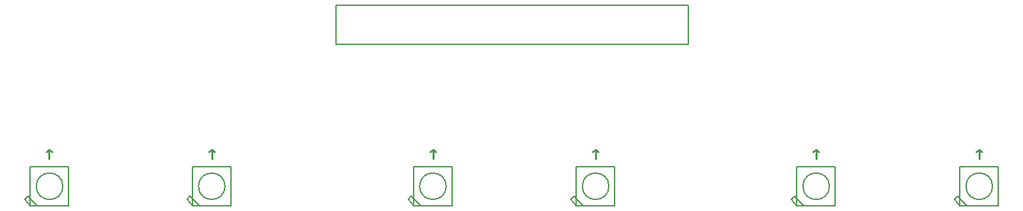
<source format=gto>
G04*
G04 #@! TF.GenerationSoftware,Altium Limited,Altium Designer,20.0.12 (288)*
G04*
G04 Layer_Color=65535*
%FSLAX25Y25*%
%MOIN*%
G70*
G01*
G75*
%ADD10C,0.00500*%
%ADD11C,0.01000*%
%ADD12C,0.00787*%
D10*
X174396Y254000D02*
G03*
X174396Y254000I-6774J0D01*
G01*
X257274D02*
G03*
X257274Y254000I-6774J0D01*
G01*
X370273D02*
G03*
X370273Y254000I-6774J0D01*
G01*
X453396D02*
G03*
X453396Y254000I-6774J0D01*
G01*
X566081D02*
G03*
X566081Y254000I-6774J0D01*
G01*
X649396D02*
G03*
X649396Y254000I-6774J0D01*
G01*
X155024Y247307D02*
X157780Y244158D01*
X155024Y247307D02*
X156598Y248882D01*
X157780Y247701D01*
X161323Y244158D01*
X157780Y263843D02*
X177465D01*
X157780Y247701D02*
Y263843D01*
Y244158D02*
Y247701D01*
Y244158D02*
X161323D01*
X177465D01*
Y263843D01*
X237902Y247307D02*
X240657Y244158D01*
X237902Y247307D02*
X239476Y248882D01*
X240657Y247701D01*
X244201Y244158D01*
X240657Y263843D02*
X260343D01*
X240657Y247701D02*
Y263843D01*
Y244158D02*
Y247701D01*
Y244158D02*
X244201D01*
X260343D01*
Y263843D01*
X350902Y247307D02*
X353658Y244158D01*
X350902Y247307D02*
X352476Y248882D01*
X353658Y247701D01*
X357201Y244158D01*
X353658Y263843D02*
X373342D01*
X353658Y247701D02*
Y263843D01*
Y244158D02*
Y247701D01*
Y244158D02*
X357201D01*
X373342D01*
Y263843D01*
X434024Y247307D02*
X436779Y244158D01*
X434024Y247307D02*
X435598Y248882D01*
X436779Y247701D01*
X440323Y244158D01*
X436779Y263843D02*
X456465D01*
X436779Y247701D02*
Y263843D01*
Y244158D02*
Y247701D01*
Y244158D02*
X440323D01*
X456465D01*
Y263843D01*
X546710Y247307D02*
X549466Y244158D01*
X546710Y247307D02*
X548284Y248882D01*
X549466Y247701D01*
X553009Y244158D01*
X549466Y263843D02*
X569150D01*
X549466Y247701D02*
Y263843D01*
Y244158D02*
Y247701D01*
Y244158D02*
X553009D01*
X569150D01*
Y263843D01*
X630024Y247307D02*
X632780Y244158D01*
X630024Y247307D02*
X631598Y248882D01*
X632780Y247701D01*
X636323Y244158D01*
X632780Y263843D02*
X652465D01*
X632780Y247701D02*
Y263843D01*
Y244158D02*
Y247701D01*
Y244158D02*
X636323D01*
X652465D01*
Y263843D01*
D11*
X642500Y268000D02*
Y272500D01*
X644000Y271500D01*
X642500Y272500D02*
X644000Y271500D01*
X641000D02*
X642500Y272500D01*
X557808Y271500D02*
X559308Y272500D01*
X560808Y271500D01*
X559308Y272500D02*
X560808Y271500D01*
X559308Y268000D02*
Y272500D01*
X446500Y268000D02*
Y272500D01*
X448000Y271500D01*
X446500Y272500D02*
X448000Y271500D01*
X445000D02*
X446500Y272500D01*
X362000Y271500D02*
X363500Y272500D01*
X365000Y271500D01*
X363500Y272500D02*
X365000Y271500D01*
X363500Y268000D02*
Y272500D01*
X250500Y268000D02*
Y272500D01*
X252000Y271500D01*
X250500Y272500D02*
X252000Y271500D01*
X249000D02*
X250500Y272500D01*
X165944Y271500D02*
X167444Y272500D01*
X168944Y271500D01*
X167444Y272500D02*
X168944Y271500D01*
X167444Y268000D02*
Y272500D01*
D12*
X314000Y346500D02*
X494000D01*
X314000Y326500D02*
X494000D01*
Y346500D01*
X314000Y326500D02*
Y346500D01*
M02*

</source>
